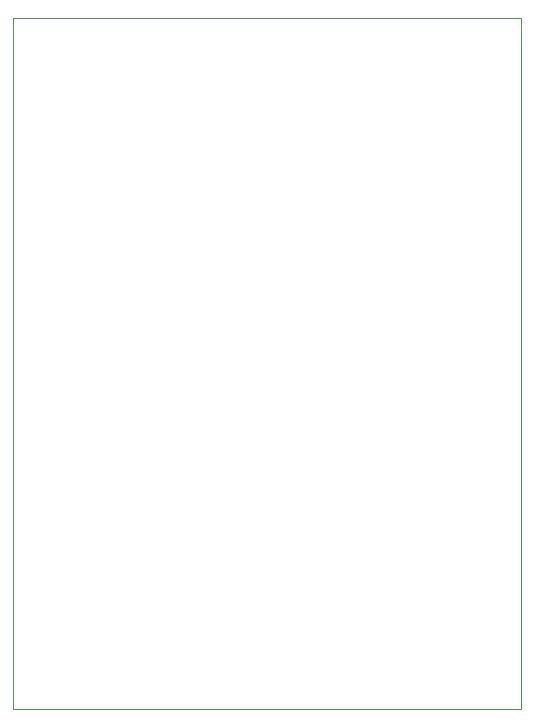
<source format=gbr>
G04 #@! TF.GenerationSoftware,KiCad,Pcbnew,(5.0.0-rc2-196-g73a8d2a9d)*
G04 #@! TF.CreationDate,2018-06-23T20:12:08-07:00*
G04 #@! TF.ProjectId,SMD_Lebowski,534D445F4C65626F77736B692E6B6963,rev?*
G04 #@! TF.SameCoordinates,Original*
G04 #@! TF.FileFunction,Profile,NP*
%FSLAX46Y46*%
G04 Gerber Fmt 4.6, Leading zero omitted, Abs format (unit mm)*
G04 Created by KiCad (PCBNEW (5.0.0-rc2-196-g73a8d2a9d)) date Sat Jun 23 20:12:08 2018*
%MOMM*%
%LPD*%
G01*
G04 APERTURE LIST*
%ADD10C,0.100000*%
G04 APERTURE END LIST*
D10*
X173000000Y-79000000D02*
X130000000Y-79000000D01*
X173000000Y-137500000D02*
X173000000Y-79000000D01*
X130000000Y-137500000D02*
X173000000Y-137500000D01*
X130000000Y-79000000D02*
X130000000Y-137500000D01*
M02*

</source>
